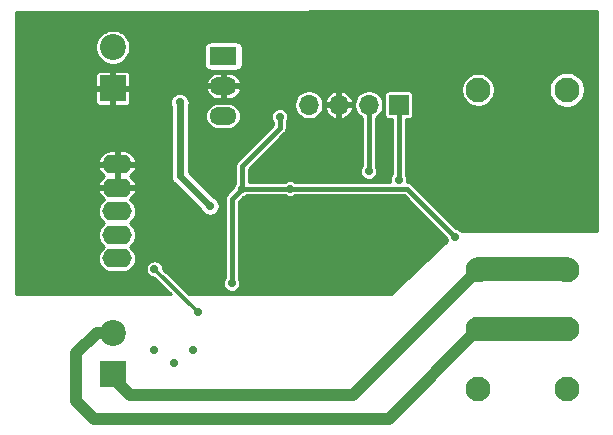
<source format=gbl>
%TF.GenerationSoftware,KiCad,Pcbnew,(5.1.10)-1*%
%TF.CreationDate,2022-04-04T21:04:04+02:00*%
%TF.ProjectId,Quickshifter3,51756963-6b73-4686-9966-746572332e6b,rev?*%
%TF.SameCoordinates,Original*%
%TF.FileFunction,Copper,L2,Bot*%
%TF.FilePolarity,Positive*%
%FSLAX46Y46*%
G04 Gerber Fmt 4.6, Leading zero omitted, Abs format (unit mm)*
G04 Created by KiCad (PCBNEW (5.1.10)-1) date 2022-04-04 21:04:04*
%MOMM*%
%LPD*%
G01*
G04 APERTURE LIST*
%TA.AperFunction,ComponentPad*%
%ADD10O,1.700000X1.700000*%
%TD*%
%TA.AperFunction,ComponentPad*%
%ADD11R,1.700000X1.700000*%
%TD*%
%TA.AperFunction,ComponentPad*%
%ADD12O,2.300000X1.500000*%
%TD*%
%TA.AperFunction,ComponentPad*%
%ADD13R,2.300000X1.500000*%
%TD*%
%TA.AperFunction,ComponentPad*%
%ADD14C,2.200000*%
%TD*%
%TA.AperFunction,ComponentPad*%
%ADD15R,2.200000X2.200000*%
%TD*%
%TA.AperFunction,ComponentPad*%
%ADD16C,2.100000*%
%TD*%
%TA.AperFunction,ComponentPad*%
%ADD17O,2.500000X1.600000*%
%TD*%
%TA.AperFunction,ViaPad*%
%ADD18C,0.700000*%
%TD*%
%TA.AperFunction,Conductor*%
%ADD19C,0.400000*%
%TD*%
%TA.AperFunction,Conductor*%
%ADD20C,0.600000*%
%TD*%
%TA.AperFunction,Conductor*%
%ADD21C,0.300000*%
%TD*%
%TA.AperFunction,Conductor*%
%ADD22C,1.000000*%
%TD*%
%TA.AperFunction,Conductor*%
%ADD23C,2.000000*%
%TD*%
%TA.AperFunction,Conductor*%
%ADD24C,0.254000*%
%TD*%
%TA.AperFunction,Conductor*%
%ADD25C,0.200000*%
%TD*%
G04 APERTURE END LIST*
D10*
X107185000Y-47275500D03*
X109725000Y-47275500D03*
X112265000Y-47275500D03*
D11*
X114805000Y-47275500D03*
D12*
X99946000Y-48228000D03*
X99946000Y-45688000D03*
D13*
X99946000Y-43148000D03*
D14*
X90598800Y-42391200D03*
D15*
X90598800Y-45891200D03*
D16*
X129032500Y-46002000D03*
X129032500Y-61262000D03*
X129032500Y-66302000D03*
X129032500Y-71342000D03*
X121532500Y-71342000D03*
X121532500Y-66302000D03*
X121532500Y-61262000D03*
X121532500Y-46002000D03*
D15*
X90598800Y-70072000D03*
D14*
X90598800Y-66572000D03*
D17*
X90954400Y-52293000D03*
X90954400Y-54293000D03*
X90954400Y-56293000D03*
X90954400Y-58293000D03*
X90954400Y-60293000D03*
D18*
X106931000Y-50768000D03*
X107820000Y-50514000D03*
X108328000Y-51339500D03*
X95755000Y-69183000D03*
X94104000Y-68040000D03*
X97406000Y-68040000D03*
X95628000Y-61309000D03*
X95755000Y-55975000D03*
X97025000Y-55975000D03*
X94993000Y-52927000D03*
X98168000Y-52927000D03*
X94993000Y-49625000D03*
X98168000Y-49625000D03*
X92834000Y-45434000D03*
X94104000Y-46831000D03*
X103298800Y-44926000D03*
X104721200Y-46145200D03*
X103349600Y-49548800D03*
X101978000Y-50768000D03*
X105534000Y-49548800D03*
X101520800Y-59607200D03*
X103603600Y-59556400D03*
X104213200Y-60318400D03*
X107058000Y-60064400D03*
X115643200Y-59912000D03*
X114678000Y-61334400D03*
X120164400Y-55848000D03*
X119554800Y-56356000D03*
X121942400Y-55848000D03*
X120113600Y-49345600D03*
X119554800Y-58438800D03*
X104721200Y-48278800D03*
X105584800Y-54374800D03*
X100657200Y-62401200D03*
X101520800Y-54374800D03*
X98803000Y-55848000D03*
X96263000Y-47085000D03*
X97787000Y-64865000D03*
X94104000Y-61182000D03*
X112265000Y-52927000D03*
X114805000Y-53607500D03*
D19*
X105584800Y-54374800D02*
X101520800Y-54374800D01*
X100657200Y-55238400D02*
X101520800Y-54374800D01*
X100657200Y-62401200D02*
X100657200Y-55238400D01*
X115490800Y-54374800D02*
X119554800Y-58438800D01*
X105584800Y-54374800D02*
X115490800Y-54374800D01*
X104721200Y-49251598D02*
X104721200Y-48278800D01*
X101520800Y-52451998D02*
X104721200Y-49251598D01*
X101520800Y-54374800D02*
X101520800Y-52451998D01*
D20*
X96263000Y-53308000D02*
X96263000Y-47085000D01*
X98803000Y-55848000D02*
X96263000Y-53308000D01*
D21*
X97787000Y-64865000D02*
X94104000Y-61182000D01*
D19*
X112265000Y-52927000D02*
X112265000Y-47275500D01*
X114805000Y-53607500D02*
X114805000Y-47275500D01*
D22*
X90598800Y-66572000D02*
X89222000Y-66572000D01*
X89222000Y-66572000D02*
X87500000Y-68294000D01*
X87500000Y-72358000D02*
X89000010Y-73858010D01*
X87500000Y-68294000D02*
X87500000Y-72358000D01*
D23*
X121532500Y-66262000D02*
X129032500Y-66262000D01*
D22*
X113976490Y-73858010D02*
X113892010Y-73858010D01*
X121532500Y-66302000D02*
X113976490Y-73858010D01*
X89000010Y-73858010D02*
X113892010Y-73858010D01*
D23*
X121532500Y-61182000D02*
X129032500Y-61182000D01*
D22*
X90598800Y-70072000D02*
X90598800Y-70376800D01*
X90598800Y-70376800D02*
X92072000Y-71850000D01*
X110944500Y-71850000D02*
X121532500Y-61262000D01*
X92072000Y-71850000D02*
X110944500Y-71850000D01*
D24*
X131594001Y-58007000D02*
X120145447Y-58007000D01*
X120122605Y-57972815D01*
X120020785Y-57870995D01*
X119901058Y-57790996D01*
X119768025Y-57735892D01*
X119650091Y-57712434D01*
X115921817Y-53984160D01*
X115903617Y-53961983D01*
X115815148Y-53889379D01*
X115714215Y-53835429D01*
X115604696Y-53802207D01*
X115519340Y-53793800D01*
X115513380Y-53793213D01*
X115536000Y-53679497D01*
X115536000Y-53535503D01*
X115507908Y-53394275D01*
X115452804Y-53261242D01*
X115386000Y-53161263D01*
X115386000Y-48508343D01*
X115655000Y-48508343D01*
X115729689Y-48500987D01*
X115801508Y-48479201D01*
X115867696Y-48443822D01*
X115925711Y-48396211D01*
X115973322Y-48338196D01*
X116008701Y-48272008D01*
X116030487Y-48200189D01*
X116037843Y-48125500D01*
X116037843Y-46425500D01*
X116030487Y-46350811D01*
X116008701Y-46278992D01*
X115973322Y-46212804D01*
X115925711Y-46154789D01*
X115867696Y-46107178D01*
X115801508Y-46071799D01*
X115729689Y-46050013D01*
X115655000Y-46042657D01*
X113955000Y-46042657D01*
X113880311Y-46050013D01*
X113808492Y-46071799D01*
X113742304Y-46107178D01*
X113684289Y-46154789D01*
X113636678Y-46212804D01*
X113601299Y-46278992D01*
X113579513Y-46350811D01*
X113572157Y-46425500D01*
X113572157Y-48125500D01*
X113579513Y-48200189D01*
X113601299Y-48272008D01*
X113636678Y-48338196D01*
X113684289Y-48396211D01*
X113742304Y-48443822D01*
X113808492Y-48479201D01*
X113880311Y-48500987D01*
X113955000Y-48508343D01*
X114224001Y-48508343D01*
X114224000Y-53161263D01*
X114157196Y-53261242D01*
X114102092Y-53394275D01*
X114074000Y-53535503D01*
X114074000Y-53679497D01*
X114096736Y-53793800D01*
X106031037Y-53793800D01*
X105931058Y-53726996D01*
X105798025Y-53671892D01*
X105656797Y-53643800D01*
X105512803Y-53643800D01*
X105371575Y-53671892D01*
X105238542Y-53726996D01*
X105138563Y-53793800D01*
X102101800Y-53793800D01*
X102101800Y-52692655D01*
X105111846Y-49682610D01*
X105134017Y-49664415D01*
X105206621Y-49575946D01*
X105260571Y-49475013D01*
X105293793Y-49365494D01*
X105302200Y-49280138D01*
X105302200Y-49280137D01*
X105305011Y-49251599D01*
X105302200Y-49223059D01*
X105302200Y-48725037D01*
X105369004Y-48625058D01*
X105424108Y-48492025D01*
X105452200Y-48350797D01*
X105452200Y-48206803D01*
X105424108Y-48065575D01*
X105369004Y-47932542D01*
X105289005Y-47812815D01*
X105187185Y-47710995D01*
X105067458Y-47630996D01*
X104934425Y-47575892D01*
X104793197Y-47547800D01*
X104649203Y-47547800D01*
X104507975Y-47575892D01*
X104374942Y-47630996D01*
X104255215Y-47710995D01*
X104153395Y-47812815D01*
X104073396Y-47932542D01*
X104018292Y-48065575D01*
X103990200Y-48206803D01*
X103990200Y-48350797D01*
X104018292Y-48492025D01*
X104073396Y-48625058D01*
X104140201Y-48725038D01*
X104140200Y-49010940D01*
X101130156Y-52020985D01*
X101107984Y-52039181D01*
X101089791Y-52061350D01*
X101035379Y-52127651D01*
X100981429Y-52228584D01*
X100948207Y-52338103D01*
X100936989Y-52451998D01*
X100939801Y-52480548D01*
X100939800Y-53928562D01*
X100872996Y-54028542D01*
X100817892Y-54161575D01*
X100794433Y-54279509D01*
X100266555Y-54807388D01*
X100244384Y-54825583D01*
X100226191Y-54847752D01*
X100171779Y-54914053D01*
X100117829Y-55014986D01*
X100084607Y-55124505D01*
X100073389Y-55238400D01*
X100076201Y-55266950D01*
X100076200Y-61954963D01*
X100009396Y-62054942D01*
X99954292Y-62187975D01*
X99926200Y-62329203D01*
X99926200Y-62473197D01*
X99954292Y-62614425D01*
X100009396Y-62747458D01*
X100089395Y-62867185D01*
X100191215Y-62969005D01*
X100310942Y-63049004D01*
X100443975Y-63104108D01*
X100585203Y-63132200D01*
X100729197Y-63132200D01*
X100870425Y-63104108D01*
X101003458Y-63049004D01*
X101123185Y-62969005D01*
X101225005Y-62867185D01*
X101305004Y-62747458D01*
X101360108Y-62614425D01*
X101388200Y-62473197D01*
X101388200Y-62329203D01*
X101360108Y-62187975D01*
X101305004Y-62054942D01*
X101238200Y-61954963D01*
X101238200Y-55479057D01*
X101616091Y-55101167D01*
X101734025Y-55077708D01*
X101867058Y-55022604D01*
X101967037Y-54955800D01*
X105138563Y-54955800D01*
X105238542Y-55022604D01*
X105371575Y-55077708D01*
X105512803Y-55105800D01*
X105656797Y-55105800D01*
X105798025Y-55077708D01*
X105931058Y-55022604D01*
X106031037Y-54955800D01*
X115250143Y-54955800D01*
X118828434Y-58534091D01*
X118851892Y-58652025D01*
X118902749Y-58774806D01*
X114119117Y-63341000D01*
X97013947Y-63341000D01*
X94835000Y-61162054D01*
X94835000Y-61110003D01*
X94806908Y-60968775D01*
X94751804Y-60835742D01*
X94671805Y-60716015D01*
X94569985Y-60614195D01*
X94450258Y-60534196D01*
X94317225Y-60479092D01*
X94175997Y-60451000D01*
X94032003Y-60451000D01*
X93890775Y-60479092D01*
X93757742Y-60534196D01*
X93638015Y-60614195D01*
X93536195Y-60716015D01*
X93456196Y-60835742D01*
X93401092Y-60968775D01*
X93373000Y-61110003D01*
X93373000Y-61253997D01*
X93401092Y-61395225D01*
X93456196Y-61528258D01*
X93536195Y-61647985D01*
X93638015Y-61749805D01*
X93757742Y-61829804D01*
X93890775Y-61884908D01*
X94032003Y-61913000D01*
X94084054Y-61913000D01*
X95512053Y-63341000D01*
X82406000Y-63341000D01*
X82406000Y-56293000D01*
X89317686Y-56293000D01*
X89340488Y-56524516D01*
X89408019Y-56747136D01*
X89517683Y-56952303D01*
X89665266Y-57132134D01*
X89845097Y-57279717D01*
X89869948Y-57293000D01*
X89845097Y-57306283D01*
X89665266Y-57453866D01*
X89517683Y-57633697D01*
X89408019Y-57838864D01*
X89340488Y-58061484D01*
X89317686Y-58293000D01*
X89340488Y-58524516D01*
X89408019Y-58747136D01*
X89517683Y-58952303D01*
X89665266Y-59132134D01*
X89845097Y-59279717D01*
X89869948Y-59293000D01*
X89845097Y-59306283D01*
X89665266Y-59453866D01*
X89517683Y-59633697D01*
X89408019Y-59838864D01*
X89340488Y-60061484D01*
X89317686Y-60293000D01*
X89340488Y-60524516D01*
X89408019Y-60747136D01*
X89517683Y-60952303D01*
X89665266Y-61132134D01*
X89845097Y-61279717D01*
X90050264Y-61389381D01*
X90272884Y-61456912D01*
X90446384Y-61474000D01*
X91462416Y-61474000D01*
X91635916Y-61456912D01*
X91858536Y-61389381D01*
X92063703Y-61279717D01*
X92243534Y-61132134D01*
X92391117Y-60952303D01*
X92500781Y-60747136D01*
X92568312Y-60524516D01*
X92591114Y-60293000D01*
X92568312Y-60061484D01*
X92500781Y-59838864D01*
X92391117Y-59633697D01*
X92243534Y-59453866D01*
X92063703Y-59306283D01*
X92038852Y-59293000D01*
X92063703Y-59279717D01*
X92243534Y-59132134D01*
X92391117Y-58952303D01*
X92500781Y-58747136D01*
X92568312Y-58524516D01*
X92591114Y-58293000D01*
X92568312Y-58061484D01*
X92500781Y-57838864D01*
X92391117Y-57633697D01*
X92243534Y-57453866D01*
X92063703Y-57306283D01*
X92038852Y-57293000D01*
X92063703Y-57279717D01*
X92243534Y-57132134D01*
X92391117Y-56952303D01*
X92500781Y-56747136D01*
X92568312Y-56524516D01*
X92591114Y-56293000D01*
X92568312Y-56061484D01*
X92500781Y-55838864D01*
X92391117Y-55633697D01*
X92243534Y-55453866D01*
X92063703Y-55306283D01*
X92037294Y-55292167D01*
X92166124Y-55204408D01*
X92329295Y-55038291D01*
X92456922Y-54843532D01*
X92544102Y-54627617D01*
X92544229Y-54602114D01*
X92482697Y-54420000D01*
X91081400Y-54420000D01*
X91081400Y-54440000D01*
X90827400Y-54440000D01*
X90827400Y-54420000D01*
X89426103Y-54420000D01*
X89364571Y-54602114D01*
X89364698Y-54627617D01*
X89451878Y-54843532D01*
X89579505Y-55038291D01*
X89742676Y-55204408D01*
X89871506Y-55292167D01*
X89845097Y-55306283D01*
X89665266Y-55453866D01*
X89517683Y-55633697D01*
X89408019Y-55838864D01*
X89340488Y-56061484D01*
X89317686Y-56293000D01*
X82406000Y-56293000D01*
X82406000Y-52602114D01*
X89364571Y-52602114D01*
X89364698Y-52627617D01*
X89451878Y-52843532D01*
X89579505Y-53038291D01*
X89742676Y-53204408D01*
X89872728Y-53293000D01*
X89742676Y-53381592D01*
X89579505Y-53547709D01*
X89451878Y-53742468D01*
X89364698Y-53958383D01*
X89364571Y-53983886D01*
X89426103Y-54166000D01*
X90827400Y-54166000D01*
X90827400Y-52420000D01*
X91081400Y-52420000D01*
X91081400Y-54166000D01*
X92482697Y-54166000D01*
X92544229Y-53983886D01*
X92544102Y-53958383D01*
X92456922Y-53742468D01*
X92329295Y-53547709D01*
X92166124Y-53381592D01*
X92036072Y-53293000D01*
X92166124Y-53204408D01*
X92329295Y-53038291D01*
X92456922Y-52843532D01*
X92544102Y-52627617D01*
X92544229Y-52602114D01*
X92482697Y-52420000D01*
X91081400Y-52420000D01*
X90827400Y-52420000D01*
X89426103Y-52420000D01*
X89364571Y-52602114D01*
X82406000Y-52602114D01*
X82406000Y-51983886D01*
X89364571Y-51983886D01*
X89426103Y-52166000D01*
X90827400Y-52166000D01*
X90827400Y-51112000D01*
X91081400Y-51112000D01*
X91081400Y-52166000D01*
X92482697Y-52166000D01*
X92544229Y-51983886D01*
X92544102Y-51958383D01*
X92456922Y-51742468D01*
X92329295Y-51547709D01*
X92166124Y-51381592D01*
X91973681Y-51250499D01*
X91759361Y-51159469D01*
X91531400Y-51112000D01*
X91081400Y-51112000D01*
X90827400Y-51112000D01*
X90377400Y-51112000D01*
X90149439Y-51159469D01*
X89935119Y-51250499D01*
X89742676Y-51381592D01*
X89579505Y-51547709D01*
X89451878Y-51742468D01*
X89364698Y-51958383D01*
X89364571Y-51983886D01*
X82406000Y-51983886D01*
X82406000Y-46991200D01*
X89115957Y-46991200D01*
X89123313Y-47065889D01*
X89145099Y-47137708D01*
X89180478Y-47203896D01*
X89228089Y-47261911D01*
X89286104Y-47309522D01*
X89352292Y-47344901D01*
X89424111Y-47366687D01*
X89498800Y-47374043D01*
X90376550Y-47372200D01*
X90471800Y-47276950D01*
X90471800Y-46018200D01*
X90725800Y-46018200D01*
X90725800Y-47276950D01*
X90821050Y-47372200D01*
X91698800Y-47374043D01*
X91773489Y-47366687D01*
X91845308Y-47344901D01*
X91911496Y-47309522D01*
X91969511Y-47261911D01*
X92017122Y-47203896D01*
X92052501Y-47137708D01*
X92074287Y-47065889D01*
X92080426Y-47003548D01*
X95436000Y-47003548D01*
X95436000Y-47166452D01*
X95467782Y-47326227D01*
X95486001Y-47370211D01*
X95486000Y-53269837D01*
X95482241Y-53308000D01*
X95486000Y-53346163D01*
X95486000Y-53346165D01*
X95497243Y-53460318D01*
X95523753Y-53547709D01*
X95541673Y-53606783D01*
X95613823Y-53741766D01*
X95654219Y-53790989D01*
X95710920Y-53860080D01*
X95740569Y-53884413D01*
X98051905Y-56195749D01*
X98070123Y-56239731D01*
X98160628Y-56375181D01*
X98275819Y-56490372D01*
X98411269Y-56580877D01*
X98561773Y-56643218D01*
X98721548Y-56675000D01*
X98884452Y-56675000D01*
X99044227Y-56643218D01*
X99194731Y-56580877D01*
X99330181Y-56490372D01*
X99445372Y-56375181D01*
X99535877Y-56239731D01*
X99598218Y-56089227D01*
X99630000Y-55929452D01*
X99630000Y-55766548D01*
X99598218Y-55606773D01*
X99535877Y-55456269D01*
X99445372Y-55320819D01*
X99330181Y-55205628D01*
X99194731Y-55115123D01*
X99150749Y-55096905D01*
X97040000Y-52986157D01*
X97040000Y-48228000D01*
X98409528Y-48228000D01*
X98431365Y-48449715D01*
X98496037Y-48662909D01*
X98601058Y-48859390D01*
X98742393Y-49031607D01*
X98914610Y-49172942D01*
X99111091Y-49277963D01*
X99324285Y-49342635D01*
X99490442Y-49359000D01*
X100401558Y-49359000D01*
X100567715Y-49342635D01*
X100780909Y-49277963D01*
X100977390Y-49172942D01*
X101149607Y-49031607D01*
X101290942Y-48859390D01*
X101395963Y-48662909D01*
X101460635Y-48449715D01*
X101482472Y-48228000D01*
X101460635Y-48006285D01*
X101395963Y-47793091D01*
X101290942Y-47596610D01*
X101149607Y-47424393D01*
X100977390Y-47283058D01*
X100780909Y-47178037D01*
X100702518Y-47154257D01*
X105954000Y-47154257D01*
X105954000Y-47396743D01*
X106001307Y-47634569D01*
X106094102Y-47858597D01*
X106228820Y-48060217D01*
X106400283Y-48231680D01*
X106601903Y-48366398D01*
X106825931Y-48459193D01*
X107063757Y-48506500D01*
X107306243Y-48506500D01*
X107544069Y-48459193D01*
X107768097Y-48366398D01*
X107969717Y-48231680D01*
X108141180Y-48060217D01*
X108275898Y-47858597D01*
X108368693Y-47634569D01*
X108377064Y-47592481D01*
X108535505Y-47592481D01*
X108620201Y-47818449D01*
X108747353Y-48023552D01*
X108912076Y-48199908D01*
X109108039Y-48340739D01*
X109327712Y-48440634D01*
X109408020Y-48464989D01*
X109598000Y-48404127D01*
X109598000Y-47402500D01*
X109852000Y-47402500D01*
X109852000Y-48404127D01*
X110041980Y-48464989D01*
X110122288Y-48440634D01*
X110341961Y-48340739D01*
X110537924Y-48199908D01*
X110702647Y-48023552D01*
X110829799Y-47818449D01*
X110914495Y-47592481D01*
X110854187Y-47402500D01*
X109852000Y-47402500D01*
X109598000Y-47402500D01*
X108595813Y-47402500D01*
X108535505Y-47592481D01*
X108377064Y-47592481D01*
X108416000Y-47396743D01*
X108416000Y-47154257D01*
X111034000Y-47154257D01*
X111034000Y-47396743D01*
X111081307Y-47634569D01*
X111174102Y-47858597D01*
X111308820Y-48060217D01*
X111480283Y-48231680D01*
X111681903Y-48366398D01*
X111684001Y-48367267D01*
X111684000Y-52480763D01*
X111617196Y-52580742D01*
X111562092Y-52713775D01*
X111534000Y-52855003D01*
X111534000Y-52998997D01*
X111562092Y-53140225D01*
X111617196Y-53273258D01*
X111697195Y-53392985D01*
X111799015Y-53494805D01*
X111918742Y-53574804D01*
X112051775Y-53629908D01*
X112193003Y-53658000D01*
X112336997Y-53658000D01*
X112478225Y-53629908D01*
X112611258Y-53574804D01*
X112730985Y-53494805D01*
X112832805Y-53392985D01*
X112912804Y-53273258D01*
X112967908Y-53140225D01*
X112996000Y-52998997D01*
X112996000Y-52855003D01*
X112967908Y-52713775D01*
X112912804Y-52580742D01*
X112846000Y-52480763D01*
X112846000Y-48367267D01*
X112848097Y-48366398D01*
X113049717Y-48231680D01*
X113221180Y-48060217D01*
X113355898Y-47858597D01*
X113448693Y-47634569D01*
X113496000Y-47396743D01*
X113496000Y-47154257D01*
X113448693Y-46916431D01*
X113355898Y-46692403D01*
X113221180Y-46490783D01*
X113049717Y-46319320D01*
X112848097Y-46184602D01*
X112624069Y-46091807D01*
X112386243Y-46044500D01*
X112143757Y-46044500D01*
X111905931Y-46091807D01*
X111681903Y-46184602D01*
X111480283Y-46319320D01*
X111308820Y-46490783D01*
X111174102Y-46692403D01*
X111081307Y-46916431D01*
X111034000Y-47154257D01*
X108416000Y-47154257D01*
X108377065Y-46958519D01*
X108535505Y-46958519D01*
X108595813Y-47148500D01*
X109598000Y-47148500D01*
X109598000Y-46146873D01*
X109852000Y-46146873D01*
X109852000Y-47148500D01*
X110854187Y-47148500D01*
X110914495Y-46958519D01*
X110829799Y-46732551D01*
X110702647Y-46527448D01*
X110537924Y-46351092D01*
X110341961Y-46210261D01*
X110122288Y-46110366D01*
X110041980Y-46086011D01*
X109852000Y-46146873D01*
X109598000Y-46146873D01*
X109408020Y-46086011D01*
X109327712Y-46110366D01*
X109108039Y-46210261D01*
X108912076Y-46351092D01*
X108747353Y-46527448D01*
X108620201Y-46732551D01*
X108535505Y-46958519D01*
X108377065Y-46958519D01*
X108368693Y-46916431D01*
X108275898Y-46692403D01*
X108141180Y-46490783D01*
X107969717Y-46319320D01*
X107768097Y-46184602D01*
X107544069Y-46091807D01*
X107306243Y-46044500D01*
X107063757Y-46044500D01*
X106825931Y-46091807D01*
X106601903Y-46184602D01*
X106400283Y-46319320D01*
X106228820Y-46490783D01*
X106094102Y-46692403D01*
X106001307Y-46916431D01*
X105954000Y-47154257D01*
X100702518Y-47154257D01*
X100567715Y-47113365D01*
X100401558Y-47097000D01*
X99490442Y-47097000D01*
X99324285Y-47113365D01*
X99111091Y-47178037D01*
X98914610Y-47283058D01*
X98742393Y-47424393D01*
X98601058Y-47596610D01*
X98496037Y-47793091D01*
X98431365Y-48006285D01*
X98409528Y-48228000D01*
X97040000Y-48228000D01*
X97040000Y-47370209D01*
X97058218Y-47326227D01*
X97090000Y-47166452D01*
X97090000Y-47003548D01*
X97058218Y-46843773D01*
X96995877Y-46693269D01*
X96905372Y-46557819D01*
X96790181Y-46442628D01*
X96654731Y-46352123D01*
X96504227Y-46289782D01*
X96344452Y-46258000D01*
X96181548Y-46258000D01*
X96021773Y-46289782D01*
X95871269Y-46352123D01*
X95735819Y-46442628D01*
X95620628Y-46557819D01*
X95530123Y-46693269D01*
X95467782Y-46843773D01*
X95436000Y-47003548D01*
X92080426Y-47003548D01*
X92081643Y-46991200D01*
X92079800Y-46113450D01*
X91984550Y-46018200D01*
X90725800Y-46018200D01*
X90471800Y-46018200D01*
X89213050Y-46018200D01*
X89117800Y-46113450D01*
X89115957Y-46991200D01*
X82406000Y-46991200D01*
X82406000Y-45989245D01*
X98455857Y-45989245D01*
X98535050Y-46210753D01*
X98656459Y-46397935D01*
X98812053Y-46557835D01*
X98995852Y-46684307D01*
X99200793Y-46772492D01*
X99419000Y-46819000D01*
X99819000Y-46819000D01*
X99819000Y-45815000D01*
X100073000Y-45815000D01*
X100073000Y-46819000D01*
X100473000Y-46819000D01*
X100691207Y-46772492D01*
X100896148Y-46684307D01*
X101079947Y-46557835D01*
X101235541Y-46397935D01*
X101356950Y-46210753D01*
X101436143Y-45989245D01*
X101390378Y-45861059D01*
X120101500Y-45861059D01*
X120101500Y-46142941D01*
X120156493Y-46419407D01*
X120264364Y-46679833D01*
X120420970Y-46914209D01*
X120620291Y-47113530D01*
X120854667Y-47270136D01*
X121115093Y-47378007D01*
X121391559Y-47433000D01*
X121673441Y-47433000D01*
X121949907Y-47378007D01*
X122210333Y-47270136D01*
X122444709Y-47113530D01*
X122644030Y-46914209D01*
X122800636Y-46679833D01*
X122908507Y-46419407D01*
X122963500Y-46142941D01*
X122963500Y-45861059D01*
X122961620Y-45851604D01*
X127505500Y-45851604D01*
X127505500Y-46152396D01*
X127564181Y-46447410D01*
X127679290Y-46725306D01*
X127846401Y-46975406D01*
X128059094Y-47188099D01*
X128309194Y-47355210D01*
X128587090Y-47470319D01*
X128882104Y-47529000D01*
X129182896Y-47529000D01*
X129477910Y-47470319D01*
X129755806Y-47355210D01*
X130005906Y-47188099D01*
X130218599Y-46975406D01*
X130385710Y-46725306D01*
X130500819Y-46447410D01*
X130559500Y-46152396D01*
X130559500Y-45851604D01*
X130500819Y-45556590D01*
X130385710Y-45278694D01*
X130218599Y-45028594D01*
X130005906Y-44815901D01*
X129755806Y-44648790D01*
X129477910Y-44533681D01*
X129182896Y-44475000D01*
X128882104Y-44475000D01*
X128587090Y-44533681D01*
X128309194Y-44648790D01*
X128059094Y-44815901D01*
X127846401Y-45028594D01*
X127679290Y-45278694D01*
X127564181Y-45556590D01*
X127505500Y-45851604D01*
X122961620Y-45851604D01*
X122908507Y-45584593D01*
X122800636Y-45324167D01*
X122644030Y-45089791D01*
X122444709Y-44890470D01*
X122210333Y-44733864D01*
X121949907Y-44625993D01*
X121673441Y-44571000D01*
X121391559Y-44571000D01*
X121115093Y-44625993D01*
X120854667Y-44733864D01*
X120620291Y-44890470D01*
X120420970Y-45089791D01*
X120264364Y-45324167D01*
X120156493Y-45584593D01*
X120101500Y-45861059D01*
X101390378Y-45861059D01*
X101373934Y-45815000D01*
X100073000Y-45815000D01*
X99819000Y-45815000D01*
X98518066Y-45815000D01*
X98455857Y-45989245D01*
X82406000Y-45989245D01*
X82406000Y-44791200D01*
X89115957Y-44791200D01*
X89117800Y-45668950D01*
X89213050Y-45764200D01*
X90471800Y-45764200D01*
X90471800Y-44505450D01*
X90725800Y-44505450D01*
X90725800Y-45764200D01*
X91984550Y-45764200D01*
X92079800Y-45668950D01*
X92080392Y-45386755D01*
X98455857Y-45386755D01*
X98518066Y-45561000D01*
X99819000Y-45561000D01*
X99819000Y-44557000D01*
X100073000Y-44557000D01*
X100073000Y-45561000D01*
X101373934Y-45561000D01*
X101436143Y-45386755D01*
X101356950Y-45165247D01*
X101235541Y-44978065D01*
X101079947Y-44818165D01*
X100896148Y-44691693D01*
X100691207Y-44603508D01*
X100473000Y-44557000D01*
X100073000Y-44557000D01*
X99819000Y-44557000D01*
X99419000Y-44557000D01*
X99200793Y-44603508D01*
X98995852Y-44691693D01*
X98812053Y-44818165D01*
X98656459Y-44978065D01*
X98535050Y-45165247D01*
X98455857Y-45386755D01*
X92080392Y-45386755D01*
X92081643Y-44791200D01*
X92074287Y-44716511D01*
X92052501Y-44644692D01*
X92017122Y-44578504D01*
X91969511Y-44520489D01*
X91911496Y-44472878D01*
X91845308Y-44437499D01*
X91773489Y-44415713D01*
X91698800Y-44408357D01*
X90821050Y-44410200D01*
X90725800Y-44505450D01*
X90471800Y-44505450D01*
X90376550Y-44410200D01*
X89498800Y-44408357D01*
X89424111Y-44415713D01*
X89352292Y-44437499D01*
X89286104Y-44472878D01*
X89228089Y-44520489D01*
X89180478Y-44578504D01*
X89145099Y-44644692D01*
X89123313Y-44716511D01*
X89115957Y-44791200D01*
X82406000Y-44791200D01*
X82406000Y-42245334D01*
X89117800Y-42245334D01*
X89117800Y-42537066D01*
X89174714Y-42823192D01*
X89286355Y-43092717D01*
X89448432Y-43335283D01*
X89654717Y-43541568D01*
X89897283Y-43703645D01*
X90166808Y-43815286D01*
X90452934Y-43872200D01*
X90744666Y-43872200D01*
X91030792Y-43815286D01*
X91300317Y-43703645D01*
X91542883Y-43541568D01*
X91749168Y-43335283D01*
X91911245Y-43092717D01*
X92022886Y-42823192D01*
X92079800Y-42537066D01*
X92079800Y-42398000D01*
X98316693Y-42398000D01*
X98316693Y-43898000D01*
X98325903Y-43991508D01*
X98353178Y-44081423D01*
X98397471Y-44164289D01*
X98457079Y-44236921D01*
X98529711Y-44296529D01*
X98612577Y-44340822D01*
X98702492Y-44368097D01*
X98796000Y-44377307D01*
X101096000Y-44377307D01*
X101189508Y-44368097D01*
X101279423Y-44340822D01*
X101362289Y-44296529D01*
X101434921Y-44236921D01*
X101494529Y-44164289D01*
X101538822Y-44081423D01*
X101566097Y-43991508D01*
X101575307Y-43898000D01*
X101575307Y-42398000D01*
X101566097Y-42304492D01*
X101538822Y-42214577D01*
X101494529Y-42131711D01*
X101434921Y-42059079D01*
X101362289Y-41999471D01*
X101279423Y-41955178D01*
X101189508Y-41927903D01*
X101096000Y-41918693D01*
X98796000Y-41918693D01*
X98702492Y-41927903D01*
X98612577Y-41955178D01*
X98529711Y-41999471D01*
X98457079Y-42059079D01*
X98397471Y-42131711D01*
X98353178Y-42214577D01*
X98325903Y-42304492D01*
X98316693Y-42398000D01*
X92079800Y-42398000D01*
X92079800Y-42245334D01*
X92022886Y-41959208D01*
X91911245Y-41689683D01*
X91749168Y-41447117D01*
X91542883Y-41240832D01*
X91300317Y-41078755D01*
X91030792Y-40967114D01*
X90744666Y-40910200D01*
X90452934Y-40910200D01*
X90166808Y-40967114D01*
X89897283Y-41078755D01*
X89654717Y-41240832D01*
X89448432Y-41447117D01*
X89286355Y-41689683D01*
X89174714Y-41959208D01*
X89117800Y-42245334D01*
X82406000Y-42245334D01*
X82406000Y-39405650D01*
X131594000Y-39363349D01*
X131594001Y-58007000D01*
%TA.AperFunction,Conductor*%
D25*
G36*
X131594001Y-58007000D02*
G01*
X120145447Y-58007000D01*
X120122605Y-57972815D01*
X120020785Y-57870995D01*
X119901058Y-57790996D01*
X119768025Y-57735892D01*
X119650091Y-57712434D01*
X115921817Y-53984160D01*
X115903617Y-53961983D01*
X115815148Y-53889379D01*
X115714215Y-53835429D01*
X115604696Y-53802207D01*
X115519340Y-53793800D01*
X115513380Y-53793213D01*
X115536000Y-53679497D01*
X115536000Y-53535503D01*
X115507908Y-53394275D01*
X115452804Y-53261242D01*
X115386000Y-53161263D01*
X115386000Y-48508343D01*
X115655000Y-48508343D01*
X115729689Y-48500987D01*
X115801508Y-48479201D01*
X115867696Y-48443822D01*
X115925711Y-48396211D01*
X115973322Y-48338196D01*
X116008701Y-48272008D01*
X116030487Y-48200189D01*
X116037843Y-48125500D01*
X116037843Y-46425500D01*
X116030487Y-46350811D01*
X116008701Y-46278992D01*
X115973322Y-46212804D01*
X115925711Y-46154789D01*
X115867696Y-46107178D01*
X115801508Y-46071799D01*
X115729689Y-46050013D01*
X115655000Y-46042657D01*
X113955000Y-46042657D01*
X113880311Y-46050013D01*
X113808492Y-46071799D01*
X113742304Y-46107178D01*
X113684289Y-46154789D01*
X113636678Y-46212804D01*
X113601299Y-46278992D01*
X113579513Y-46350811D01*
X113572157Y-46425500D01*
X113572157Y-48125500D01*
X113579513Y-48200189D01*
X113601299Y-48272008D01*
X113636678Y-48338196D01*
X113684289Y-48396211D01*
X113742304Y-48443822D01*
X113808492Y-48479201D01*
X113880311Y-48500987D01*
X113955000Y-48508343D01*
X114224001Y-48508343D01*
X114224000Y-53161263D01*
X114157196Y-53261242D01*
X114102092Y-53394275D01*
X114074000Y-53535503D01*
X114074000Y-53679497D01*
X114096736Y-53793800D01*
X106031037Y-53793800D01*
X105931058Y-53726996D01*
X105798025Y-53671892D01*
X105656797Y-53643800D01*
X105512803Y-53643800D01*
X105371575Y-53671892D01*
X105238542Y-53726996D01*
X105138563Y-53793800D01*
X102101800Y-53793800D01*
X102101800Y-52692655D01*
X105111846Y-49682610D01*
X105134017Y-49664415D01*
X105206621Y-49575946D01*
X105260571Y-49475013D01*
X105293793Y-49365494D01*
X105302200Y-49280138D01*
X105302200Y-49280137D01*
X105305011Y-49251599D01*
X105302200Y-49223059D01*
X105302200Y-48725037D01*
X105369004Y-48625058D01*
X105424108Y-48492025D01*
X105452200Y-48350797D01*
X105452200Y-48206803D01*
X105424108Y-48065575D01*
X105369004Y-47932542D01*
X105289005Y-47812815D01*
X105187185Y-47710995D01*
X105067458Y-47630996D01*
X104934425Y-47575892D01*
X104793197Y-47547800D01*
X104649203Y-47547800D01*
X104507975Y-47575892D01*
X104374942Y-47630996D01*
X104255215Y-47710995D01*
X104153395Y-47812815D01*
X104073396Y-47932542D01*
X104018292Y-48065575D01*
X103990200Y-48206803D01*
X103990200Y-48350797D01*
X104018292Y-48492025D01*
X104073396Y-48625058D01*
X104140201Y-48725038D01*
X104140200Y-49010940D01*
X101130156Y-52020985D01*
X101107984Y-52039181D01*
X101089791Y-52061350D01*
X101035379Y-52127651D01*
X100981429Y-52228584D01*
X100948207Y-52338103D01*
X100936989Y-52451998D01*
X100939801Y-52480548D01*
X100939800Y-53928562D01*
X100872996Y-54028542D01*
X100817892Y-54161575D01*
X100794433Y-54279509D01*
X100266555Y-54807388D01*
X100244384Y-54825583D01*
X100226191Y-54847752D01*
X100171779Y-54914053D01*
X100117829Y-55014986D01*
X100084607Y-55124505D01*
X100073389Y-55238400D01*
X100076201Y-55266950D01*
X100076200Y-61954963D01*
X100009396Y-62054942D01*
X99954292Y-62187975D01*
X99926200Y-62329203D01*
X99926200Y-62473197D01*
X99954292Y-62614425D01*
X100009396Y-62747458D01*
X100089395Y-62867185D01*
X100191215Y-62969005D01*
X100310942Y-63049004D01*
X100443975Y-63104108D01*
X100585203Y-63132200D01*
X100729197Y-63132200D01*
X100870425Y-63104108D01*
X101003458Y-63049004D01*
X101123185Y-62969005D01*
X101225005Y-62867185D01*
X101305004Y-62747458D01*
X101360108Y-62614425D01*
X101388200Y-62473197D01*
X101388200Y-62329203D01*
X101360108Y-62187975D01*
X101305004Y-62054942D01*
X101238200Y-61954963D01*
X101238200Y-55479057D01*
X101616091Y-55101167D01*
X101734025Y-55077708D01*
X101867058Y-55022604D01*
X101967037Y-54955800D01*
X105138563Y-54955800D01*
X105238542Y-55022604D01*
X105371575Y-55077708D01*
X105512803Y-55105800D01*
X105656797Y-55105800D01*
X105798025Y-55077708D01*
X105931058Y-55022604D01*
X106031037Y-54955800D01*
X115250143Y-54955800D01*
X118828434Y-58534091D01*
X118851892Y-58652025D01*
X118902749Y-58774806D01*
X114119117Y-63341000D01*
X97013947Y-63341000D01*
X94835000Y-61162054D01*
X94835000Y-61110003D01*
X94806908Y-60968775D01*
X94751804Y-60835742D01*
X94671805Y-60716015D01*
X94569985Y-60614195D01*
X94450258Y-60534196D01*
X94317225Y-60479092D01*
X94175997Y-60451000D01*
X94032003Y-60451000D01*
X93890775Y-60479092D01*
X93757742Y-60534196D01*
X93638015Y-60614195D01*
X93536195Y-60716015D01*
X93456196Y-60835742D01*
X93401092Y-60968775D01*
X93373000Y-61110003D01*
X93373000Y-61253997D01*
X93401092Y-61395225D01*
X93456196Y-61528258D01*
X93536195Y-61647985D01*
X93638015Y-61749805D01*
X93757742Y-61829804D01*
X93890775Y-61884908D01*
X94032003Y-61913000D01*
X94084054Y-61913000D01*
X95512053Y-63341000D01*
X82406000Y-63341000D01*
X82406000Y-56293000D01*
X89317686Y-56293000D01*
X89340488Y-56524516D01*
X89408019Y-56747136D01*
X89517683Y-56952303D01*
X89665266Y-57132134D01*
X89845097Y-57279717D01*
X89869948Y-57293000D01*
X89845097Y-57306283D01*
X89665266Y-57453866D01*
X89517683Y-57633697D01*
X89408019Y-57838864D01*
X89340488Y-58061484D01*
X89317686Y-58293000D01*
X89340488Y-58524516D01*
X89408019Y-58747136D01*
X89517683Y-58952303D01*
X89665266Y-59132134D01*
X89845097Y-59279717D01*
X89869948Y-59293000D01*
X89845097Y-59306283D01*
X89665266Y-59453866D01*
X89517683Y-59633697D01*
X89408019Y-59838864D01*
X89340488Y-60061484D01*
X89317686Y-60293000D01*
X89340488Y-60524516D01*
X89408019Y-60747136D01*
X89517683Y-60952303D01*
X89665266Y-61132134D01*
X89845097Y-61279717D01*
X90050264Y-61389381D01*
X90272884Y-61456912D01*
X90446384Y-61474000D01*
X91462416Y-61474000D01*
X91635916Y-61456912D01*
X91858536Y-61389381D01*
X92063703Y-61279717D01*
X92243534Y-61132134D01*
X92391117Y-60952303D01*
X92500781Y-60747136D01*
X92568312Y-60524516D01*
X92591114Y-60293000D01*
X92568312Y-60061484D01*
X92500781Y-59838864D01*
X92391117Y-59633697D01*
X92243534Y-59453866D01*
X92063703Y-59306283D01*
X92038852Y-59293000D01*
X92063703Y-59279717D01*
X92243534Y-59132134D01*
X92391117Y-58952303D01*
X92500781Y-58747136D01*
X92568312Y-58524516D01*
X92591114Y-58293000D01*
X92568312Y-58061484D01*
X92500781Y-57838864D01*
X92391117Y-57633697D01*
X92243534Y-57453866D01*
X92063703Y-57306283D01*
X92038852Y-57293000D01*
X92063703Y-57279717D01*
X92243534Y-57132134D01*
X92391117Y-56952303D01*
X92500781Y-56747136D01*
X92568312Y-56524516D01*
X92591114Y-56293000D01*
X92568312Y-56061484D01*
X92500781Y-55838864D01*
X92391117Y-55633697D01*
X92243534Y-55453866D01*
X92063703Y-55306283D01*
X92037294Y-55292167D01*
X92166124Y-55204408D01*
X92329295Y-55038291D01*
X92456922Y-54843532D01*
X92544102Y-54627617D01*
X92544229Y-54602114D01*
X92482697Y-54420000D01*
X91081400Y-54420000D01*
X91081400Y-54440000D01*
X90827400Y-54440000D01*
X90827400Y-54420000D01*
X89426103Y-54420000D01*
X89364571Y-54602114D01*
X89364698Y-54627617D01*
X89451878Y-54843532D01*
X89579505Y-55038291D01*
X89742676Y-55204408D01*
X89871506Y-55292167D01*
X89845097Y-55306283D01*
X89665266Y-55453866D01*
X89517683Y-55633697D01*
X89408019Y-55838864D01*
X89340488Y-56061484D01*
X89317686Y-56293000D01*
X82406000Y-56293000D01*
X82406000Y-52602114D01*
X89364571Y-52602114D01*
X89364698Y-52627617D01*
X89451878Y-52843532D01*
X89579505Y-53038291D01*
X89742676Y-53204408D01*
X89872728Y-53293000D01*
X89742676Y-53381592D01*
X89579505Y-53547709D01*
X89451878Y-53742468D01*
X89364698Y-53958383D01*
X89364571Y-53983886D01*
X89426103Y-54166000D01*
X90827400Y-54166000D01*
X90827400Y-52420000D01*
X91081400Y-52420000D01*
X91081400Y-54166000D01*
X92482697Y-54166000D01*
X92544229Y-53983886D01*
X92544102Y-53958383D01*
X92456922Y-53742468D01*
X92329295Y-53547709D01*
X92166124Y-53381592D01*
X92036072Y-53293000D01*
X92166124Y-53204408D01*
X92329295Y-53038291D01*
X92456922Y-52843532D01*
X92544102Y-52627617D01*
X92544229Y-52602114D01*
X92482697Y-52420000D01*
X91081400Y-52420000D01*
X90827400Y-52420000D01*
X89426103Y-52420000D01*
X89364571Y-52602114D01*
X82406000Y-52602114D01*
X82406000Y-51983886D01*
X89364571Y-51983886D01*
X89426103Y-52166000D01*
X90827400Y-52166000D01*
X90827400Y-51112000D01*
X91081400Y-51112000D01*
X91081400Y-52166000D01*
X92482697Y-52166000D01*
X92544229Y-51983886D01*
X92544102Y-51958383D01*
X92456922Y-51742468D01*
X92329295Y-51547709D01*
X92166124Y-51381592D01*
X91973681Y-51250499D01*
X91759361Y-51159469D01*
X91531400Y-51112000D01*
X91081400Y-51112000D01*
X90827400Y-51112000D01*
X90377400Y-51112000D01*
X90149439Y-51159469D01*
X89935119Y-51250499D01*
X89742676Y-51381592D01*
X89579505Y-51547709D01*
X89451878Y-51742468D01*
X89364698Y-51958383D01*
X89364571Y-51983886D01*
X82406000Y-51983886D01*
X82406000Y-46991200D01*
X89115957Y-46991200D01*
X89123313Y-47065889D01*
X89145099Y-47137708D01*
X89180478Y-47203896D01*
X89228089Y-47261911D01*
X89286104Y-47309522D01*
X89352292Y-47344901D01*
X89424111Y-47366687D01*
X89498800Y-47374043D01*
X90376550Y-47372200D01*
X90471800Y-47276950D01*
X90471800Y-46018200D01*
X90725800Y-46018200D01*
X90725800Y-47276950D01*
X90821050Y-47372200D01*
X91698800Y-47374043D01*
X91773489Y-47366687D01*
X91845308Y-47344901D01*
X91911496Y-47309522D01*
X91969511Y-47261911D01*
X92017122Y-47203896D01*
X92052501Y-47137708D01*
X92074287Y-47065889D01*
X92080426Y-47003548D01*
X95436000Y-47003548D01*
X95436000Y-47166452D01*
X95467782Y-47326227D01*
X95486001Y-47370211D01*
X95486000Y-53269837D01*
X95482241Y-53308000D01*
X95486000Y-53346163D01*
X95486000Y-53346165D01*
X95497243Y-53460318D01*
X95523753Y-53547709D01*
X95541673Y-53606783D01*
X95613823Y-53741766D01*
X95654219Y-53790989D01*
X95710920Y-53860080D01*
X95740569Y-53884413D01*
X98051905Y-56195749D01*
X98070123Y-56239731D01*
X98160628Y-56375181D01*
X98275819Y-56490372D01*
X98411269Y-56580877D01*
X98561773Y-56643218D01*
X98721548Y-56675000D01*
X98884452Y-56675000D01*
X99044227Y-56643218D01*
X99194731Y-56580877D01*
X99330181Y-56490372D01*
X99445372Y-56375181D01*
X99535877Y-56239731D01*
X99598218Y-56089227D01*
X99630000Y-55929452D01*
X99630000Y-55766548D01*
X99598218Y-55606773D01*
X99535877Y-55456269D01*
X99445372Y-55320819D01*
X99330181Y-55205628D01*
X99194731Y-55115123D01*
X99150749Y-55096905D01*
X97040000Y-52986157D01*
X97040000Y-48228000D01*
X98409528Y-48228000D01*
X98431365Y-48449715D01*
X98496037Y-48662909D01*
X98601058Y-48859390D01*
X98742393Y-49031607D01*
X98914610Y-49172942D01*
X99111091Y-49277963D01*
X99324285Y-49342635D01*
X99490442Y-49359000D01*
X100401558Y-49359000D01*
X100567715Y-49342635D01*
X100780909Y-49277963D01*
X100977390Y-49172942D01*
X101149607Y-49031607D01*
X101290942Y-48859390D01*
X101395963Y-48662909D01*
X101460635Y-48449715D01*
X101482472Y-48228000D01*
X101460635Y-48006285D01*
X101395963Y-47793091D01*
X101290942Y-47596610D01*
X101149607Y-47424393D01*
X100977390Y-47283058D01*
X100780909Y-47178037D01*
X100702518Y-47154257D01*
X105954000Y-47154257D01*
X105954000Y-47396743D01*
X106001307Y-47634569D01*
X106094102Y-47858597D01*
X106228820Y-48060217D01*
X106400283Y-48231680D01*
X106601903Y-48366398D01*
X106825931Y-48459193D01*
X107063757Y-48506500D01*
X107306243Y-48506500D01*
X107544069Y-48459193D01*
X107768097Y-48366398D01*
X107969717Y-48231680D01*
X108141180Y-48060217D01*
X108275898Y-47858597D01*
X108368693Y-47634569D01*
X108377064Y-47592481D01*
X108535505Y-47592481D01*
X108620201Y-47818449D01*
X108747353Y-48023552D01*
X108912076Y-48199908D01*
X109108039Y-48340739D01*
X109327712Y-48440634D01*
X109408020Y-48464989D01*
X109598000Y-48404127D01*
X109598000Y-47402500D01*
X109852000Y-47402500D01*
X109852000Y-48404127D01*
X110041980Y-48464989D01*
X110122288Y-48440634D01*
X110341961Y-48340739D01*
X110537924Y-48199908D01*
X110702647Y-48023552D01*
X110829799Y-47818449D01*
X110914495Y-47592481D01*
X110854187Y-47402500D01*
X109852000Y-47402500D01*
X109598000Y-47402500D01*
X108595813Y-47402500D01*
X108535505Y-47592481D01*
X108377064Y-47592481D01*
X108416000Y-47396743D01*
X108416000Y-47154257D01*
X111034000Y-47154257D01*
X111034000Y-47396743D01*
X111081307Y-47634569D01*
X111174102Y-47858597D01*
X111308820Y-48060217D01*
X111480283Y-48231680D01*
X111681903Y-48366398D01*
X111684001Y-48367267D01*
X111684000Y-52480763D01*
X111617196Y-52580742D01*
X111562092Y-52713775D01*
X111534000Y-52855003D01*
X111534000Y-52998997D01*
X111562092Y-53140225D01*
X111617196Y-53273258D01*
X111697195Y-53392985D01*
X111799015Y-53494805D01*
X111918742Y-53574804D01*
X112051775Y-53629908D01*
X112193003Y-53658000D01*
X112336997Y-53658000D01*
X112478225Y-53629908D01*
X112611258Y-53574804D01*
X112730985Y-53494805D01*
X112832805Y-53392985D01*
X112912804Y-53273258D01*
X112967908Y-53140225D01*
X112996000Y-52998997D01*
X112996000Y-52855003D01*
X112967908Y-52713775D01*
X112912804Y-52580742D01*
X112846000Y-52480763D01*
X112846000Y-48367267D01*
X112848097Y-48366398D01*
X113049717Y-48231680D01*
X113221180Y-48060217D01*
X113355898Y-47858597D01*
X113448693Y-47634569D01*
X113496000Y-47396743D01*
X113496000Y-47154257D01*
X113448693Y-46916431D01*
X113355898Y-46692403D01*
X113221180Y-46490783D01*
X113049717Y-46319320D01*
X112848097Y-46184602D01*
X112624069Y-46091807D01*
X112386243Y-46044500D01*
X112143757Y-46044500D01*
X111905931Y-46091807D01*
X111681903Y-46184602D01*
X111480283Y-46319320D01*
X111308820Y-46490783D01*
X111174102Y-46692403D01*
X111081307Y-46916431D01*
X111034000Y-47154257D01*
X108416000Y-47154257D01*
X108377065Y-46958519D01*
X108535505Y-46958519D01*
X108595813Y-47148500D01*
X109598000Y-47148500D01*
X109598000Y-46146873D01*
X109852000Y-46146873D01*
X109852000Y-47148500D01*
X110854187Y-47148500D01*
X110914495Y-46958519D01*
X110829799Y-46732551D01*
X110702647Y-46527448D01*
X110537924Y-46351092D01*
X110341961Y-46210261D01*
X110122288Y-46110366D01*
X110041980Y-46086011D01*
X109852000Y-46146873D01*
X109598000Y-46146873D01*
X109408020Y-46086011D01*
X109327712Y-46110366D01*
X109108039Y-46210261D01*
X108912076Y-46351092D01*
X108747353Y-46527448D01*
X108620201Y-46732551D01*
X108535505Y-46958519D01*
X108377065Y-46958519D01*
X108368693Y-46916431D01*
X108275898Y-46692403D01*
X108141180Y-46490783D01*
X107969717Y-46319320D01*
X107768097Y-46184602D01*
X107544069Y-46091807D01*
X107306243Y-46044500D01*
X107063757Y-46044500D01*
X106825931Y-46091807D01*
X106601903Y-46184602D01*
X106400283Y-46319320D01*
X106228820Y-46490783D01*
X106094102Y-46692403D01*
X106001307Y-46916431D01*
X105954000Y-47154257D01*
X100702518Y-47154257D01*
X100567715Y-47113365D01*
X100401558Y-47097000D01*
X99490442Y-47097000D01*
X99324285Y-47113365D01*
X99111091Y-47178037D01*
X98914610Y-47283058D01*
X98742393Y-47424393D01*
X98601058Y-47596610D01*
X98496037Y-47793091D01*
X98431365Y-48006285D01*
X98409528Y-48228000D01*
X97040000Y-48228000D01*
X97040000Y-47370209D01*
X97058218Y-47326227D01*
X97090000Y-47166452D01*
X97090000Y-47003548D01*
X97058218Y-46843773D01*
X96995877Y-46693269D01*
X96905372Y-46557819D01*
X96790181Y-46442628D01*
X96654731Y-46352123D01*
X96504227Y-46289782D01*
X96344452Y-46258000D01*
X96181548Y-46258000D01*
X96021773Y-46289782D01*
X95871269Y-46352123D01*
X95735819Y-46442628D01*
X95620628Y-46557819D01*
X95530123Y-46693269D01*
X95467782Y-46843773D01*
X95436000Y-47003548D01*
X92080426Y-47003548D01*
X92081643Y-46991200D01*
X92079800Y-46113450D01*
X91984550Y-46018200D01*
X90725800Y-46018200D01*
X90471800Y-46018200D01*
X89213050Y-46018200D01*
X89117800Y-46113450D01*
X89115957Y-46991200D01*
X82406000Y-46991200D01*
X82406000Y-45989245D01*
X98455857Y-45989245D01*
X98535050Y-46210753D01*
X98656459Y-46397935D01*
X98812053Y-46557835D01*
X98995852Y-46684307D01*
X99200793Y-46772492D01*
X99419000Y-46819000D01*
X99819000Y-46819000D01*
X99819000Y-45815000D01*
X100073000Y-45815000D01*
X100073000Y-46819000D01*
X100473000Y-46819000D01*
X100691207Y-46772492D01*
X100896148Y-46684307D01*
X101079947Y-46557835D01*
X101235541Y-46397935D01*
X101356950Y-46210753D01*
X101436143Y-45989245D01*
X101390378Y-45861059D01*
X120101500Y-45861059D01*
X120101500Y-46142941D01*
X120156493Y-46419407D01*
X120264364Y-46679833D01*
X120420970Y-46914209D01*
X120620291Y-47113530D01*
X120854667Y-47270136D01*
X121115093Y-47378007D01*
X121391559Y-47433000D01*
X121673441Y-47433000D01*
X121949907Y-47378007D01*
X122210333Y-47270136D01*
X122444709Y-47113530D01*
X122644030Y-46914209D01*
X122800636Y-46679833D01*
X122908507Y-46419407D01*
X122963500Y-46142941D01*
X122963500Y-45861059D01*
X122961620Y-45851604D01*
X127505500Y-45851604D01*
X127505500Y-46152396D01*
X127564181Y-46447410D01*
X127679290Y-46725306D01*
X127846401Y-46975406D01*
X128059094Y-47188099D01*
X128309194Y-47355210D01*
X128587090Y-47470319D01*
X128882104Y-47529000D01*
X129182896Y-47529000D01*
X129477910Y-47470319D01*
X129755806Y-47355210D01*
X130005906Y-47188099D01*
X130218599Y-46975406D01*
X130385710Y-46725306D01*
X130500819Y-46447410D01*
X130559500Y-46152396D01*
X130559500Y-45851604D01*
X130500819Y-45556590D01*
X130385710Y-45278694D01*
X130218599Y-45028594D01*
X130005906Y-44815901D01*
X129755806Y-44648790D01*
X129477910Y-44533681D01*
X129182896Y-44475000D01*
X128882104Y-44475000D01*
X128587090Y-44533681D01*
X128309194Y-44648790D01*
X128059094Y-44815901D01*
X127846401Y-45028594D01*
X127679290Y-45278694D01*
X127564181Y-45556590D01*
X127505500Y-45851604D01*
X122961620Y-45851604D01*
X122908507Y-45584593D01*
X122800636Y-45324167D01*
X122644030Y-45089791D01*
X122444709Y-44890470D01*
X122210333Y-44733864D01*
X121949907Y-44625993D01*
X121673441Y-44571000D01*
X121391559Y-44571000D01*
X121115093Y-44625993D01*
X120854667Y-44733864D01*
X120620291Y-44890470D01*
X120420970Y-45089791D01*
X120264364Y-45324167D01*
X120156493Y-45584593D01*
X120101500Y-45861059D01*
X101390378Y-45861059D01*
X101373934Y-45815000D01*
X100073000Y-45815000D01*
X99819000Y-45815000D01*
X98518066Y-45815000D01*
X98455857Y-45989245D01*
X82406000Y-45989245D01*
X82406000Y-44791200D01*
X89115957Y-44791200D01*
X89117800Y-45668950D01*
X89213050Y-45764200D01*
X90471800Y-45764200D01*
X90471800Y-44505450D01*
X90725800Y-44505450D01*
X90725800Y-45764200D01*
X91984550Y-45764200D01*
X92079800Y-45668950D01*
X92080392Y-45386755D01*
X98455857Y-45386755D01*
X98518066Y-45561000D01*
X99819000Y-45561000D01*
X99819000Y-44557000D01*
X100073000Y-44557000D01*
X100073000Y-45561000D01*
X101373934Y-45561000D01*
X101436143Y-45386755D01*
X101356950Y-45165247D01*
X101235541Y-44978065D01*
X101079947Y-44818165D01*
X100896148Y-44691693D01*
X100691207Y-44603508D01*
X100473000Y-44557000D01*
X100073000Y-44557000D01*
X99819000Y-44557000D01*
X99419000Y-44557000D01*
X99200793Y-44603508D01*
X98995852Y-44691693D01*
X98812053Y-44818165D01*
X98656459Y-44978065D01*
X98535050Y-45165247D01*
X98455857Y-45386755D01*
X92080392Y-45386755D01*
X92081643Y-44791200D01*
X92074287Y-44716511D01*
X92052501Y-44644692D01*
X92017122Y-44578504D01*
X91969511Y-44520489D01*
X91911496Y-44472878D01*
X91845308Y-44437499D01*
X91773489Y-44415713D01*
X91698800Y-44408357D01*
X90821050Y-44410200D01*
X90725800Y-44505450D01*
X90471800Y-44505450D01*
X90376550Y-44410200D01*
X89498800Y-44408357D01*
X89424111Y-44415713D01*
X89352292Y-44437499D01*
X89286104Y-44472878D01*
X89228089Y-44520489D01*
X89180478Y-44578504D01*
X89145099Y-44644692D01*
X89123313Y-44716511D01*
X89115957Y-44791200D01*
X82406000Y-44791200D01*
X82406000Y-42245334D01*
X89117800Y-42245334D01*
X89117800Y-42537066D01*
X89174714Y-42823192D01*
X89286355Y-43092717D01*
X89448432Y-43335283D01*
X89654717Y-43541568D01*
X89897283Y-43703645D01*
X90166808Y-43815286D01*
X90452934Y-43872200D01*
X90744666Y-43872200D01*
X91030792Y-43815286D01*
X91300317Y-43703645D01*
X91542883Y-43541568D01*
X91749168Y-43335283D01*
X91911245Y-43092717D01*
X92022886Y-42823192D01*
X92079800Y-42537066D01*
X92079800Y-42398000D01*
X98316693Y-42398000D01*
X98316693Y-43898000D01*
X98325903Y-43991508D01*
X98353178Y-44081423D01*
X98397471Y-44164289D01*
X98457079Y-44236921D01*
X98529711Y-44296529D01*
X98612577Y-44340822D01*
X98702492Y-44368097D01*
X98796000Y-44377307D01*
X101096000Y-44377307D01*
X101189508Y-44368097D01*
X101279423Y-44340822D01*
X101362289Y-44296529D01*
X101434921Y-44236921D01*
X101494529Y-44164289D01*
X101538822Y-44081423D01*
X101566097Y-43991508D01*
X101575307Y-43898000D01*
X101575307Y-42398000D01*
X101566097Y-42304492D01*
X101538822Y-42214577D01*
X101494529Y-42131711D01*
X101434921Y-42059079D01*
X101362289Y-41999471D01*
X101279423Y-41955178D01*
X101189508Y-41927903D01*
X101096000Y-41918693D01*
X98796000Y-41918693D01*
X98702492Y-41927903D01*
X98612577Y-41955178D01*
X98529711Y-41999471D01*
X98457079Y-42059079D01*
X98397471Y-42131711D01*
X98353178Y-42214577D01*
X98325903Y-42304492D01*
X98316693Y-42398000D01*
X92079800Y-42398000D01*
X92079800Y-42245334D01*
X92022886Y-41959208D01*
X91911245Y-41689683D01*
X91749168Y-41447117D01*
X91542883Y-41240832D01*
X91300317Y-41078755D01*
X91030792Y-40967114D01*
X90744666Y-40910200D01*
X90452934Y-40910200D01*
X90166808Y-40967114D01*
X89897283Y-41078755D01*
X89654717Y-41240832D01*
X89448432Y-41447117D01*
X89286355Y-41689683D01*
X89174714Y-41959208D01*
X89117800Y-42245334D01*
X82406000Y-42245334D01*
X82406000Y-39405650D01*
X131594000Y-39363349D01*
X131594001Y-58007000D01*
G37*
%TD.AperFunction*%
M02*

</source>
